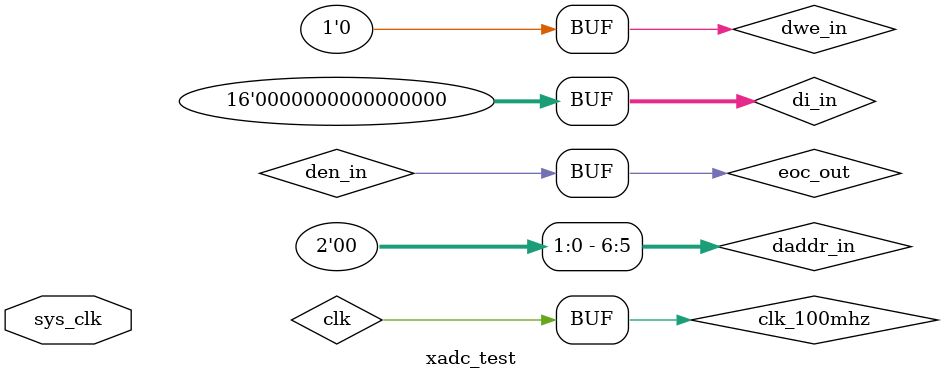
<source format=v>
`timescale 1ns / 1ps

module xadc_test(
input   sys_clk
/*
//register io
input           rst_n ,
output	reg	[15:0]    temperature_dout , //Data
output	reg	[15:0]    vccint_dout ,
output	reg	[15:0]    vccaux_dout ,
output	reg	[15:0]    vccbram_dout ,
	
output	reg	temperature_dout_en ,    //Valid
output	reg	vccint_dout_en ,
output	reg	vccaux_dout_en ,
output	reg	vccbram__dout_en 
*/
    );
    wire    rst_n;
    wire    clk;
    wire    clk_25mhz;
    wire    clk_50mhz;
    wire    clk_100mhz;
    wire    clk_125mhz;
    wire    clk_156mhz;

   //-------------------------------------
   //------------ CLOCK------------- 
      clk_wiz_0 clk_inst
       (
        // Clock out ports
        .clk_out1(clk_25mhz),     // output clk_out1
        .clk_out2(clk_50mhz),     // output clk_out2
        .clk_out3(clk_100mhz),     // output clk_out3
        .clk_out4(clk_125mhz),     // output clk_out4
        // Status and control signals
        .locked(rst_n),       // output locked
       // Clock in ports
        .clk_in1(sys_clk));      // input clk_in1
        
        assign clk = clk_100mhz;
   //-------------------------------------
   //---- XADC IP INST ------------- 
   wire [15:0]	di_in;
   wire [6:0]	daddr_in;
   wire			den_in;
   wire			dwe_in;
   wire			drdy_out;
   wire [15:0]	do_out;
   
   wire [4:0]	channel_out;
   wire			eoc_out;
   wire			eos_out;
   wire			busy_out;
   
   //XADC IP (Mode:Channel Sequencer)
   xadc_wiz_0 xadc_ip_inst (
     .di_in(di_in),                              // input wire [15 : 0] di_in
     .daddr_in(daddr_in),                        // input wire [6 : 0] daddr_in
     .den_in(den_in),                            // input wire den_in
     .dwe_in(dwe_in),                            // input wire dwe_in
     .drdy_out(drdy_out),                        // output wire drdy_out
     .do_out(do_out),                            // output wire [15 : 0] do_out
     .dclk_in(clk),                          // input wire dclk_in
     .reset_in(!rst_n),                        // input wire reset_in
     .vp_in(1'b0),                              // input wire vp_in
     .vn_in(1'b0),                              // input wire vn_in
     .user_temp_alarm_out(),  // output wire user_temp_alarm_out
     .vccint_alarm_out(),        // output wire vccint_alarm_out
     .vccaux_alarm_out(),        // output wire vccaux_alarm_out
     .ot_out(),                            // output wire ot_out
     .channel_out(channel_out),                  // output wire [4 : 0] channel_out
     .eoc_out(eoc_out),                          // output wire eoc_out
     .alarm_out(),                      // output wire alarm_out
     .eos_out(eos_out),                          // output wire eos_out
     .busy_out(busy_out)                        // output wire busy_out
   );
   //only Read
    assign di_in = 16'd0;   //not used
    assign dwe_in = 1'b0;   //not used
    assign den_in = eoc_out;
    assign daddr_in = {2'd0,channel_out};
    
    //-------------------------------------
    //Read Temperature Data
	reg	[15:0]    temperature_dout ;
    reg    [15:0]    vccint_dout ;
    reg    [15:0]    vccaux_dout ;
    reg    [15:0]    vccbram_dout ;
    
    reg    temperature_dout_en ;
    reg    vccint_dout_en ;
    reg    vccaux_dout_en ;
    reg    vccbram__dout_en ;
	always @(posedge clk or negedge rst_n)
        begin
            if(!rst_n) 
                begin
                    temperature_dout <= 16'd0;
                    vccint_dout <= 16'd0;
                    vccaux_dout <= 16'd0;
                    vccbram_dout <= 16'd0;
                    
                    temperature_dout_en <= 1'b0;
                    vccint_dout_en <= 1'b0;
                    vccaux_dout_en <= 1'b0;
                    vccbram__dout_en <= 1'b0;
                end
            else 
                begin
                    if((drdy_out) &&(channel_out == 5'd0))     // Latch ADCcode of On-chip-temperature
                        begin
                            temperature_dout <= do_out;
                            temperature_dout_en <= drdy_out;
                        end
                    else if((drdy_out) &&(channel_out == 5'd1))     // Latch ADCcode of VCCINT
                        begin
                            vccint_dout <= do_out;
                            vccint_dout_en <= drdy_out;
                        end
                    else if((drdy_out) &&(channel_out == 5'd2))     // Latch ADCcode of VCCAUX
                        begin
                            vccaux_dout <= do_out;
                            vccaux_dout_en <= drdy_out;
                        end
                    else if((drdy_out) &&(channel_out == 5'd6))        // Latch ADCcode of VCCBRAM
                        begin
                            vccbram_dout <= do_out;
                            vccbram__dout_en <= drdy_out;
                        end
                    else
                        begin
                            temperature_dout_en <= 1'b0;
                            vccint_dout_en <= 1'b0;
                            vccaux_dout_en <= 1'b0;
                            vccbram__dout_en <= 1'b0;
                        end
                end
        end
        

	//-------------------------------------
	//watch value
	ila_0 watch_value_inst (
        .clk(clk), // input wire clk
    
    
        .probe0(di_in), // input wire [15:0]  probe0  
        .probe1(daddr_in), // input wire [6:0]  probe1 
        .probe2(den_in), // input wire [0:0]  probe2 
        .probe3(dwe_in), // input wire [0:0]  probe3 
        .probe4(drdy_out), // input wire [0:0]  probe4 
        .probe5(do_out), // input wire [15:0]  probe5 
        .probe6(rst_n), // input wire [0:0]  probe6 
        .probe7(channel_out), // input wire [4:0]  probe7 
        .probe8(eoc_out), // input wire [0:0]  probe8 
        .probe9(eos_out), // input wire [0:0]  probe9 
        .probe10(busy_out), // input wire [0:0]  probe10 
        .probe11(temperature_dout_en), // input wire [0:0]  probe11 
        .probe12(temperature_dout) // input wire [15:0]  probe12 
    );

endmodule

</source>
